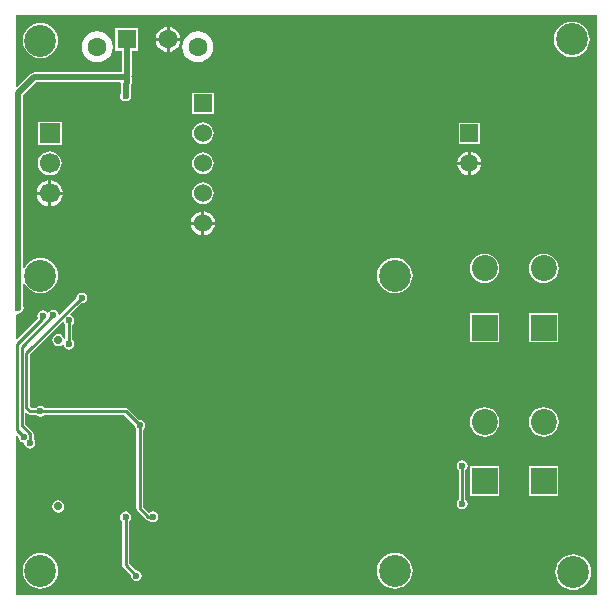
<source format=gbl>
G04*
G04 #@! TF.GenerationSoftware,Altium Limited,Altium Designer,19.1.7 (138)*
G04*
G04 Layer_Physical_Order=2*
G04 Layer_Color=16711680*
%FSLAX25Y25*%
%MOIN*%
G70*
G01*
G75*
%ADD10C,0.00984*%
%ADD11C,0.01000*%
%ADD57C,0.01968*%
%ADD58R,0.06000X0.06000*%
%ADD59C,0.06000*%
%ADD60C,0.05906*%
%ADD61R,0.05906X0.05906*%
%ADD62R,0.06693X0.06693*%
%ADD63C,0.06693*%
%ADD64R,0.06299X0.06299*%
%ADD65C,0.06299*%
%ADD66C,0.10630*%
%ADD67R,0.08661X0.08661*%
%ADD68C,0.08661*%
%ADD69C,0.02756*%
%ADD70C,0.02362*%
G36*
X195219Y195219D02*
X195219Y1631D01*
X1631Y1631D01*
X1631Y54802D01*
X2093Y54993D01*
X2429Y54658D01*
X2389Y54457D01*
X2527Y53762D01*
X2921Y53173D01*
X3510Y52779D01*
X4036Y52674D01*
X4319Y52477D01*
X4517Y52193D01*
X4622Y51667D01*
X5015Y51078D01*
X5604Y50684D01*
X6299Y50546D01*
X6994Y50684D01*
X7583Y51078D01*
X7977Y51667D01*
X8115Y52362D01*
X7977Y53057D01*
X7591Y53634D01*
Y55398D01*
X7507Y55825D01*
X7265Y56186D01*
X4666Y58785D01*
Y62412D01*
X5128Y62604D01*
X5533Y62199D01*
X5533Y62199D01*
X5897Y61956D01*
X6326Y61870D01*
X6326Y61870D01*
X8450D01*
X8558Y61708D01*
X9148Y61314D01*
X9843Y61176D01*
X10537Y61314D01*
X11127Y61708D01*
X11235Y61870D01*
X37780D01*
X41135Y58515D01*
X41097Y58323D01*
X41236Y57628D01*
X41629Y57039D01*
X41792Y56930D01*
Y30691D01*
X41792Y30691D01*
X41877Y30262D01*
X42120Y29898D01*
X44958Y27060D01*
X44958Y27060D01*
X45322Y26817D01*
X45751Y26732D01*
X45850D01*
X45959Y26569D01*
X46548Y26175D01*
X47243Y26037D01*
X47938Y26175D01*
X48527Y26569D01*
X48921Y27158D01*
X49059Y27853D01*
X48921Y28548D01*
X48527Y29137D01*
X47938Y29531D01*
X47243Y29669D01*
X46548Y29531D01*
X46016Y29175D01*
X44035Y31156D01*
Y56930D01*
X44197Y57039D01*
X44591Y57628D01*
X44729Y58323D01*
X44591Y59018D01*
X44197Y59607D01*
X43608Y60001D01*
X42913Y60139D01*
X42722Y60101D01*
X39037Y63785D01*
X38673Y64028D01*
X38244Y64114D01*
X38244Y64114D01*
X11235D01*
X11127Y64276D01*
X10537Y64670D01*
X9843Y64808D01*
X9148Y64670D01*
X8558Y64276D01*
X8450Y64114D01*
X6791D01*
X6266Y64638D01*
Y81922D01*
X17130Y92785D01*
X17550Y92658D01*
X17634Y92582D01*
X18007Y92023D01*
X18170Y91914D01*
Y87338D01*
X17670Y87288D01*
X17611Y87583D01*
X17174Y88237D01*
X16520Y88674D01*
X15748Y88828D01*
X14976Y88674D01*
X14322Y88237D01*
X13885Y87583D01*
X13731Y86811D01*
X13885Y86039D01*
X14322Y85385D01*
X14976Y84948D01*
X15748Y84794D01*
X16520Y84948D01*
X16998Y85268D01*
X17501Y85115D01*
X17546Y85078D01*
X17614Y84738D01*
X18007Y84149D01*
X18596Y83755D01*
X19291Y83617D01*
X19986Y83755D01*
X20575Y84149D01*
X20969Y84738D01*
X21107Y85433D01*
X20969Y86128D01*
X20575Y86717D01*
X20413Y86826D01*
Y91914D01*
X20575Y92023D01*
X20969Y92612D01*
X21107Y93307D01*
X20969Y94002D01*
X20575Y94591D01*
X20016Y94965D01*
X19941Y95048D01*
X19813Y95469D01*
X23367Y99022D01*
X23622Y98971D01*
X24317Y99110D01*
X24906Y99503D01*
X25300Y100092D01*
X25438Y100787D01*
X25300Y101482D01*
X24906Y102071D01*
X24317Y102465D01*
X23622Y102603D01*
X22927Y102465D01*
X22338Y102071D01*
X21944Y101482D01*
X21806Y100787D01*
X21832Y100659D01*
X16458Y95286D01*
X15915Y95450D01*
X15851Y95774D01*
X15457Y96363D01*
X14868Y96756D01*
X14173Y96895D01*
X13478Y96756D01*
X12889Y96363D01*
X12637Y95985D01*
X12062Y95949D01*
X12058Y95950D01*
X11914Y96166D01*
X11325Y96560D01*
X10630Y96698D01*
X9935Y96560D01*
X9346Y96166D01*
X8952Y95577D01*
X8814Y94882D01*
X8952Y94187D01*
X9031Y94070D01*
X2093Y87133D01*
X1631Y87324D01*
Y95144D01*
X2131Y95554D01*
X2387Y95503D01*
X3082Y95642D01*
X3672Y96035D01*
X4065Y96624D01*
X4203Y97319D01*
X4065Y98014D01*
X4003Y98108D01*
Y105585D01*
X4503Y105710D01*
X4901Y104966D01*
X5640Y104065D01*
X6540Y103326D01*
X7568Y102777D01*
X8683Y102438D01*
X9843Y102324D01*
X11002Y102438D01*
X12117Y102777D01*
X13145Y103326D01*
X14045Y104065D01*
X14784Y104966D01*
X15334Y105993D01*
X15672Y107108D01*
X15786Y108268D01*
X15672Y109427D01*
X15334Y110542D01*
X14784Y111570D01*
X14045Y112470D01*
X13145Y113210D01*
X12117Y113759D01*
X11002Y114097D01*
X9843Y114211D01*
X8683Y114097D01*
X7568Y113759D01*
X6540Y113210D01*
X5640Y112470D01*
X4901Y111570D01*
X4503Y110826D01*
X4003Y110951D01*
Y168301D01*
X8515Y172814D01*
X36273D01*
X36683Y172314D01*
X36649Y172142D01*
Y169011D01*
X36511Y168805D01*
X36373Y168110D01*
X36511Y167415D01*
X36905Y166826D01*
X37494Y166432D01*
X38189Y166294D01*
X38884Y166432D01*
X39473Y166826D01*
X39867Y167415D01*
X40005Y168110D01*
X39880Y168741D01*
Y171550D01*
X40075Y171842D01*
X40198Y172460D01*
Y174429D01*
X40120Y174823D01*
X40198Y175216D01*
Y183238D01*
X42332D01*
Y190737D01*
X34833D01*
Y183238D01*
X36967D01*
Y176044D01*
X7846D01*
X7228Y175921D01*
X6704Y175571D01*
X2093Y170961D01*
X1631Y171152D01*
Y195219D01*
X195219Y195219D01*
D02*
G37*
%LPC*%
G36*
X52862Y191107D02*
Y187487D01*
X56482D01*
X56405Y188070D01*
X55987Y189080D01*
X55322Y189947D01*
X54455Y190612D01*
X53446Y191030D01*
X52862Y191107D01*
D02*
G37*
G36*
X51862D02*
X51279Y191030D01*
X50270Y190612D01*
X49403Y189947D01*
X48737Y189080D01*
X48319Y188070D01*
X48243Y187487D01*
X51862D01*
Y191107D01*
D02*
G37*
G36*
X56482Y186487D02*
X52862D01*
Y182868D01*
X53446Y182944D01*
X54455Y183362D01*
X55322Y184028D01*
X55987Y184894D01*
X56405Y185904D01*
X56482Y186487D01*
D02*
G37*
G36*
X51862D02*
X48243D01*
X48319Y185904D01*
X48737Y184894D01*
X49403Y184028D01*
X50270Y183362D01*
X51279Y182944D01*
X51862Y182868D01*
Y186487D01*
D02*
G37*
G36*
X187008Y192951D02*
X185848Y192837D01*
X184733Y192499D01*
X183706Y191950D01*
X182805Y191211D01*
X182066Y190310D01*
X181517Y189282D01*
X181178Y188167D01*
X181064Y187008D01*
X181178Y185848D01*
X181517Y184733D01*
X182066Y183706D01*
X182805Y182805D01*
X183706Y182066D01*
X184733Y181517D01*
X185848Y181178D01*
X187008Y181064D01*
X188167Y181178D01*
X189282Y181517D01*
X190310Y182066D01*
X191211Y182805D01*
X191950Y183706D01*
X192499Y184733D01*
X192837Y185848D01*
X192951Y187008D01*
X192837Y188167D01*
X192499Y189282D01*
X191950Y190310D01*
X191211Y191211D01*
X190310Y191950D01*
X189282Y192499D01*
X188167Y192837D01*
X187008Y192951D01*
D02*
G37*
G36*
X9843Y192558D02*
X8683Y192444D01*
X7568Y192105D01*
X6540Y191556D01*
X5640Y190817D01*
X4901Y189916D01*
X4351Y188889D01*
X4013Y187774D01*
X3899Y186614D01*
X4013Y185455D01*
X4351Y184340D01*
X4901Y183312D01*
X5640Y182411D01*
X6540Y181672D01*
X7568Y181123D01*
X8683Y180785D01*
X9843Y180671D01*
X11002Y180785D01*
X12117Y181123D01*
X13145Y181672D01*
X14045Y182411D01*
X14784Y183312D01*
X15334Y184340D01*
X15672Y185455D01*
X15786Y186614D01*
X15672Y187774D01*
X15334Y188889D01*
X14784Y189916D01*
X14045Y190817D01*
X13145Y191556D01*
X12117Y192105D01*
X11002Y192444D01*
X9843Y192558D01*
D02*
G37*
G36*
X62205Y189679D02*
X60866Y189502D01*
X59619Y188986D01*
X58548Y188164D01*
X57726Y187093D01*
X57209Y185845D01*
X57033Y184507D01*
X57209Y183168D01*
X57726Y181921D01*
X58548Y180850D01*
X59619Y180028D01*
X60866Y179511D01*
X62205Y179335D01*
X63543Y179511D01*
X64791Y180028D01*
X65862Y180850D01*
X66684Y181921D01*
X67200Y183168D01*
X67377Y184507D01*
X67200Y185845D01*
X66684Y187093D01*
X65862Y188164D01*
X64791Y188986D01*
X63543Y189502D01*
X62205Y189679D01*
D02*
G37*
G36*
X28740D02*
X27402Y189502D01*
X26154Y188986D01*
X25083Y188164D01*
X24261Y187093D01*
X23745Y185845D01*
X23568Y184507D01*
X23745Y183168D01*
X24261Y181921D01*
X25083Y180850D01*
X26154Y180028D01*
X27402Y179511D01*
X28740Y179335D01*
X30079Y179511D01*
X31326Y180028D01*
X32397Y180850D01*
X33219Y181921D01*
X33736Y183168D01*
X33912Y184507D01*
X33736Y185845D01*
X33219Y187093D01*
X32397Y188164D01*
X31326Y188986D01*
X30079Y189502D01*
X28740Y189679D01*
D02*
G37*
G36*
X67608Y169269D02*
X60408D01*
Y162069D01*
X67608D01*
Y169269D01*
D02*
G37*
G36*
X156309Y159222D02*
X149203D01*
Y152117D01*
X156309D01*
Y159222D01*
D02*
G37*
G36*
X64008Y159300D02*
X63068Y159177D01*
X62192Y158814D01*
X61440Y158237D01*
X60863Y157485D01*
X60501Y156609D01*
X60377Y155669D01*
X60501Y154729D01*
X60863Y153854D01*
X61440Y153102D01*
X62192Y152525D01*
X63068Y152162D01*
X64008Y152038D01*
X64948Y152162D01*
X65823Y152525D01*
X66575Y153102D01*
X67153Y153854D01*
X67515Y154729D01*
X67639Y155669D01*
X67515Y156609D01*
X67153Y157485D01*
X66575Y158237D01*
X65823Y158814D01*
X64948Y159177D01*
X64008Y159300D01*
D02*
G37*
G36*
X16883Y159616D02*
X8991D01*
Y151723D01*
X16883D01*
Y159616D01*
D02*
G37*
G36*
X153256Y149590D02*
Y146169D01*
X156677D01*
X156607Y146701D01*
X156209Y147663D01*
X155575Y148488D01*
X154749Y149122D01*
X153788Y149520D01*
X153256Y149590D01*
D02*
G37*
G36*
X152256Y149590D02*
X151724Y149520D01*
X150762Y149122D01*
X149937Y148488D01*
X149303Y147663D01*
X148905Y146701D01*
X148835Y146169D01*
X152256D01*
Y149590D01*
D02*
G37*
G36*
X64008Y149300D02*
X63068Y149177D01*
X62192Y148814D01*
X61440Y148237D01*
X60863Y147485D01*
X60501Y146609D01*
X60377Y145669D01*
X60501Y144729D01*
X60863Y143854D01*
X61440Y143102D01*
X62192Y142525D01*
X63068Y142162D01*
X64008Y142038D01*
X64948Y142162D01*
X65823Y142525D01*
X66575Y143102D01*
X67153Y143854D01*
X67515Y144729D01*
X67639Y145669D01*
X67515Y146609D01*
X67153Y147485D01*
X66575Y148237D01*
X65823Y148814D01*
X64948Y149177D01*
X64008Y149300D01*
D02*
G37*
G36*
X156677Y145169D02*
X153256D01*
Y141748D01*
X153788Y141818D01*
X154749Y142217D01*
X155575Y142850D01*
X156209Y143676D01*
X156607Y144637D01*
X156677Y145169D01*
D02*
G37*
G36*
X152256D02*
X148835D01*
X148905Y144637D01*
X149303Y143676D01*
X149937Y142850D01*
X150762Y142217D01*
X151724Y141818D01*
X152256Y141748D01*
Y145169D01*
D02*
G37*
G36*
X12937Y149650D02*
X11907Y149514D01*
X10947Y149117D01*
X10122Y148484D01*
X9490Y147660D01*
X9092Y146700D01*
X8956Y145669D01*
X9092Y144639D01*
X9490Y143679D01*
X10122Y142855D01*
X10947Y142222D01*
X11907Y141824D01*
X12937Y141689D01*
X13967Y141824D01*
X14927Y142222D01*
X15752Y142855D01*
X16384Y143679D01*
X16782Y144639D01*
X16917Y145669D01*
X16782Y146700D01*
X16384Y147660D01*
X15752Y148484D01*
X14927Y149117D01*
X13967Y149514D01*
X12937Y149650D01*
D02*
G37*
G36*
X13437Y139987D02*
Y136169D01*
X17255D01*
X17172Y136804D01*
X16734Y137861D01*
X16037Y138769D01*
X15129Y139466D01*
X14072Y139904D01*
X13437Y139987D01*
D02*
G37*
G36*
X12437D02*
X11802Y139904D01*
X10745Y139466D01*
X9837Y138769D01*
X9140Y137861D01*
X8702Y136804D01*
X8619Y136169D01*
X12437D01*
Y139987D01*
D02*
G37*
G36*
X64008Y139300D02*
X63068Y139177D01*
X62192Y138814D01*
X61440Y138237D01*
X60863Y137485D01*
X60501Y136609D01*
X60377Y135669D01*
X60501Y134730D01*
X60863Y133854D01*
X61440Y133102D01*
X62192Y132525D01*
X63068Y132162D01*
X64008Y132038D01*
X64948Y132162D01*
X65823Y132525D01*
X66575Y133102D01*
X67153Y133854D01*
X67515Y134730D01*
X67639Y135669D01*
X67515Y136609D01*
X67153Y137485D01*
X66575Y138237D01*
X65823Y138814D01*
X64948Y139177D01*
X64008Y139300D01*
D02*
G37*
G36*
X17255Y135169D02*
X13437D01*
Y131351D01*
X14072Y131435D01*
X15129Y131873D01*
X16037Y132569D01*
X16734Y133477D01*
X17172Y134535D01*
X17255Y135169D01*
D02*
G37*
G36*
X12437D02*
X8619D01*
X8702Y134535D01*
X9140Y133477D01*
X9837Y132569D01*
X10745Y131873D01*
X11802Y131435D01*
X12437Y131351D01*
Y135169D01*
D02*
G37*
G36*
X64508Y129638D02*
Y126169D01*
X67977D01*
X67905Y126714D01*
X67502Y127687D01*
X66861Y128522D01*
X66025Y129163D01*
X65052Y129566D01*
X64508Y129638D01*
D02*
G37*
G36*
X63508Y129638D02*
X62964Y129566D01*
X61991Y129163D01*
X61155Y128522D01*
X60514Y127687D01*
X60111Y126714D01*
X60039Y126169D01*
X63508D01*
Y129638D01*
D02*
G37*
G36*
X67977Y125169D02*
X64508D01*
Y121701D01*
X65052Y121772D01*
X66025Y122175D01*
X66861Y122817D01*
X67502Y123652D01*
X67905Y124625D01*
X67977Y125169D01*
D02*
G37*
G36*
X63508D02*
X60039D01*
X60111Y124625D01*
X60514Y123652D01*
X61155Y122817D01*
X61991Y122175D01*
X62964Y121772D01*
X63508Y121701D01*
Y125169D01*
D02*
G37*
G36*
X177559Y115603D02*
X176272Y115434D01*
X175072Y114937D01*
X174042Y114146D01*
X173252Y113117D01*
X172755Y111917D01*
X172586Y110630D01*
X172755Y109343D01*
X173252Y108143D01*
X174042Y107113D01*
X175072Y106323D01*
X176272Y105826D01*
X177559Y105657D01*
X178846Y105826D01*
X180046Y106323D01*
X181076Y107113D01*
X181866Y108143D01*
X182363Y109343D01*
X182532Y110630D01*
X182363Y111917D01*
X181866Y113117D01*
X181076Y114146D01*
X180046Y114937D01*
X178846Y115434D01*
X177559Y115603D01*
D02*
G37*
G36*
X157874D02*
X156587Y115434D01*
X155387Y114937D01*
X154357Y114146D01*
X153567Y113117D01*
X153070Y111917D01*
X152901Y110630D01*
X153070Y109343D01*
X153567Y108143D01*
X154357Y107113D01*
X155387Y106323D01*
X156587Y105826D01*
X157874Y105657D01*
X159161Y105826D01*
X160361Y106323D01*
X161391Y107113D01*
X162181Y108143D01*
X162678Y109343D01*
X162847Y110630D01*
X162678Y111917D01*
X162181Y113117D01*
X161391Y114146D01*
X160361Y114937D01*
X159161Y115434D01*
X157874Y115603D01*
D02*
G37*
G36*
X127953Y114211D02*
X126793Y114097D01*
X125678Y113759D01*
X124651Y113210D01*
X123750Y112470D01*
X123011Y111570D01*
X122462Y110542D01*
X122123Y109427D01*
X122009Y108268D01*
X122123Y107108D01*
X122462Y105993D01*
X123011Y104966D01*
X123750Y104065D01*
X124651Y103326D01*
X125678Y102777D01*
X126793Y102438D01*
X127953Y102324D01*
X129112Y102438D01*
X130227Y102777D01*
X131255Y103326D01*
X132156Y104065D01*
X132895Y104966D01*
X133444Y105993D01*
X133782Y107108D01*
X133896Y108268D01*
X133782Y109427D01*
X133444Y110542D01*
X132895Y111570D01*
X132156Y112470D01*
X131255Y113210D01*
X130227Y113759D01*
X129112Y114097D01*
X127953Y114211D01*
D02*
G37*
G36*
X182490Y95876D02*
X172628D01*
Y86014D01*
X182490D01*
Y95876D01*
D02*
G37*
G36*
X162805D02*
X152943D01*
Y86014D01*
X162805D01*
Y95876D01*
D02*
G37*
G36*
X177559Y64422D02*
X176272Y64253D01*
X175072Y63756D01*
X174042Y62965D01*
X173252Y61935D01*
X172755Y60736D01*
X172586Y59449D01*
X172755Y58162D01*
X173252Y56962D01*
X174042Y55932D01*
X175072Y55142D01*
X176272Y54645D01*
X177559Y54475D01*
X178846Y54645D01*
X180046Y55142D01*
X181076Y55932D01*
X181866Y56962D01*
X182363Y58162D01*
X182532Y59449D01*
X182363Y60736D01*
X181866Y61935D01*
X181076Y62965D01*
X180046Y63756D01*
X178846Y64253D01*
X177559Y64422D01*
D02*
G37*
G36*
X157874D02*
X156587Y64253D01*
X155387Y63756D01*
X154357Y62965D01*
X153567Y61935D01*
X153070Y60736D01*
X152901Y59449D01*
X153070Y58162D01*
X153567Y56962D01*
X154357Y55932D01*
X155387Y55142D01*
X156587Y54645D01*
X157874Y54475D01*
X159161Y54645D01*
X160361Y55142D01*
X161391Y55932D01*
X162181Y56962D01*
X162678Y58162D01*
X162847Y59449D01*
X162678Y60736D01*
X162181Y61935D01*
X161391Y62965D01*
X160361Y63756D01*
X159161Y64253D01*
X157874Y64422D01*
D02*
G37*
G36*
X182490Y44694D02*
X172628D01*
Y34833D01*
X182490D01*
Y44694D01*
D02*
G37*
G36*
X162805D02*
X152943D01*
Y34833D01*
X162805D01*
Y44694D01*
D02*
G37*
G36*
X150394Y46698D02*
X149699Y46560D01*
X149110Y46166D01*
X148716Y45577D01*
X148578Y44882D01*
X148716Y44187D01*
X149110Y43598D01*
X149272Y43489D01*
Y33676D01*
X149110Y33568D01*
X148716Y32978D01*
X148578Y32283D01*
X148716Y31589D01*
X149110Y30999D01*
X149699Y30606D01*
X150394Y30468D01*
X151089Y30606D01*
X151678Y30999D01*
X152071Y31589D01*
X152210Y32283D01*
X152071Y32978D01*
X151678Y33568D01*
X151515Y33676D01*
Y43489D01*
X151678Y43598D01*
X152071Y44187D01*
X152210Y44882D01*
X152071Y45577D01*
X151678Y46166D01*
X151089Y46560D01*
X150394Y46698D01*
D02*
G37*
G36*
X15748Y33316D02*
X14976Y33162D01*
X14322Y32725D01*
X13885Y32071D01*
X13731Y31299D01*
X13885Y30527D01*
X14322Y29873D01*
X14976Y29436D01*
X15748Y29283D01*
X16520Y29436D01*
X17174Y29873D01*
X17611Y30527D01*
X17765Y31299D01*
X17611Y32071D01*
X17174Y32725D01*
X16520Y33162D01*
X15748Y33316D01*
D02*
G37*
G36*
X38189Y29669D02*
X37494Y29531D01*
X36905Y29137D01*
X36511Y28548D01*
X36373Y27853D01*
X36511Y27158D01*
X36905Y26569D01*
X37067Y26460D01*
Y11892D01*
X37067Y11892D01*
X37153Y11463D01*
X37396Y11099D01*
X40035Y8460D01*
X39997Y8268D01*
X40135Y7573D01*
X40529Y6984D01*
X41118Y6590D01*
X41813Y6452D01*
X42508Y6590D01*
X43097Y6984D01*
X43491Y7573D01*
X43629Y8268D01*
X43491Y8963D01*
X43097Y9552D01*
X42508Y9945D01*
X41813Y10084D01*
X41622Y10046D01*
X39311Y12357D01*
Y26460D01*
X39473Y26569D01*
X39867Y27158D01*
X40005Y27853D01*
X39867Y28548D01*
X39473Y29137D01*
X38884Y29531D01*
X38189Y29669D01*
D02*
G37*
G36*
X127953Y15786D02*
X126793Y15672D01*
X125678Y15334D01*
X124651Y14784D01*
X123750Y14045D01*
X123011Y13145D01*
X122462Y12117D01*
X122123Y11002D01*
X122009Y9843D01*
X122123Y8683D01*
X122462Y7568D01*
X123011Y6540D01*
X123750Y5640D01*
X124651Y4901D01*
X125678Y4351D01*
X126793Y4013D01*
X127953Y3899D01*
X129112Y4013D01*
X130227Y4351D01*
X131255Y4901D01*
X132156Y5640D01*
X132895Y6540D01*
X133444Y7568D01*
X133782Y8683D01*
X133896Y9843D01*
X133782Y11002D01*
X133444Y12117D01*
X132895Y13145D01*
X132156Y14045D01*
X131255Y14784D01*
X130227Y15334D01*
X129112Y15672D01*
X127953Y15786D01*
D02*
G37*
G36*
X9843D02*
X8683Y15672D01*
X7568Y15334D01*
X6540Y14784D01*
X5640Y14045D01*
X4901Y13145D01*
X4351Y12117D01*
X4013Y11002D01*
X3899Y9843D01*
X4013Y8683D01*
X4351Y7568D01*
X4901Y6540D01*
X5640Y5640D01*
X6540Y4901D01*
X7568Y4351D01*
X8683Y4013D01*
X9843Y3899D01*
X11002Y4013D01*
X12117Y4351D01*
X13145Y4901D01*
X14045Y5640D01*
X14784Y6540D01*
X15334Y7568D01*
X15672Y8683D01*
X15786Y9843D01*
X15672Y11002D01*
X15334Y12117D01*
X14784Y13145D01*
X14045Y14045D01*
X13145Y14784D01*
X12117Y15334D01*
X11002Y15672D01*
X9843Y15786D01*
D02*
G37*
G36*
X187402Y15392D02*
X186242Y15278D01*
X185127Y14940D01*
X184099Y14391D01*
X183199Y13652D01*
X182460Y12751D01*
X181910Y11723D01*
X181572Y10608D01*
X181458Y9449D01*
X181572Y8289D01*
X181910Y7174D01*
X182460Y6147D01*
X183199Y5246D01*
X184099Y4507D01*
X185127Y3958D01*
X186242Y3619D01*
X187402Y3505D01*
X188561Y3619D01*
X189676Y3958D01*
X190704Y4507D01*
X191604Y5246D01*
X192343Y6147D01*
X192893Y7174D01*
X193231Y8289D01*
X193345Y9449D01*
X193231Y10608D01*
X192893Y11723D01*
X192343Y12751D01*
X191604Y13652D01*
X190704Y14391D01*
X189676Y14940D01*
X188561Y15278D01*
X187402Y15392D01*
D02*
G37*
%LPD*%
D10*
X5812Y52849D02*
X6478Y53515D01*
X3553Y84458D02*
X14173Y95079D01*
X3553Y58324D02*
Y84458D01*
X1969Y85433D02*
X10366Y93831D01*
Y94618D01*
X10630Y94882D01*
X3553Y58324D02*
X6478Y55398D01*
X1969Y56693D02*
Y85433D01*
Y56693D02*
X4205Y54457D01*
X6478Y53515D02*
Y55398D01*
X5812Y52849D02*
X5812D01*
X6299Y52362D01*
D11*
X5145Y82387D02*
X23546Y100787D01*
X5145Y64173D02*
Y82387D01*
Y64173D02*
X6326Y62992D01*
X9843D01*
X38244D02*
X42913Y58323D01*
X9843Y62992D02*
X38244D01*
X38189Y11892D02*
Y27853D01*
Y11892D02*
X41813Y8268D01*
X45751Y27853D02*
X47243D01*
X42913Y30691D02*
X45751Y27853D01*
X42913Y30691D02*
Y58323D01*
X23546Y100787D02*
X23622D01*
X150394Y32283D02*
Y44882D01*
X19291Y85433D02*
Y93307D01*
D57*
X38583Y172460D02*
Y174429D01*
X38264Y172142D02*
X38583Y172460D01*
X38264Y168186D02*
Y172142D01*
X38189Y168110D02*
X38264Y168186D01*
X2387Y168971D02*
X7846Y174429D01*
X2387Y97319D02*
Y168971D01*
X37795Y174429D02*
X38583Y175216D01*
X7846Y174429D02*
X37795D01*
X38583Y175216D02*
Y186987D01*
D58*
X64008Y165669D02*
D03*
D59*
Y155669D02*
D03*
Y145669D02*
D03*
Y135669D02*
D03*
Y125669D02*
D03*
D60*
X152756Y145669D02*
D03*
D61*
Y155669D02*
D03*
D62*
X12937D02*
D03*
D63*
Y145669D02*
D03*
Y135669D02*
D03*
D64*
X38583Y186987D02*
D03*
D65*
X52362D02*
D03*
X28740Y184507D02*
D03*
X62205D02*
D03*
D66*
X187402Y9449D02*
D03*
X187008Y187008D02*
D03*
X9843Y186614D02*
D03*
Y108268D02*
D03*
X127953D02*
D03*
Y9843D02*
D03*
X9843D02*
D03*
D67*
X177559Y90945D02*
D03*
X157874D02*
D03*
X177559Y39764D02*
D03*
X157874D02*
D03*
D68*
X177559Y110630D02*
D03*
X157874D02*
D03*
X177559Y59449D02*
D03*
X157874D02*
D03*
D69*
X15748Y31299D02*
D03*
Y86811D02*
D03*
D70*
X38189Y27853D02*
D03*
X41813Y8268D02*
D03*
X29528Y12697D02*
D03*
X47243Y27853D02*
D03*
X58760Y54151D02*
D03*
X42913Y58323D02*
D03*
X38189Y168110D02*
D03*
X23622Y100787D02*
D03*
X14173Y95079D02*
D03*
X10630Y94882D02*
D03*
X2387Y97319D02*
D03*
X8273Y35039D02*
D03*
X150394Y44882D02*
D03*
X8268Y70866D02*
D03*
X69685Y64173D02*
D03*
X19291Y93307D02*
D03*
Y85433D02*
D03*
X9843Y62992D02*
D03*
X4205Y54457D02*
D03*
X6299Y52362D02*
D03*
X182087Y167323D02*
D03*
X167323Y137795D02*
D03*
Y78740D02*
D03*
X182087Y49213D02*
D03*
X137795Y137795D02*
D03*
Y78740D02*
D03*
X108268D02*
D03*
X123031Y49213D02*
D03*
X93504Y167323D02*
D03*
Y49213D02*
D03*
X49213Y137795D02*
D03*
X63976Y49213D02*
D03*
X49213Y19685D02*
D03*
X19685D02*
D03*
X52362Y181496D02*
D03*
X48819Y101102D02*
D03*
X79264Y75197D02*
D03*
X70866Y82825D02*
D03*
X34252Y82677D02*
D03*
X54331Y11713D02*
D03*
X72866Y40551D02*
D03*
X130315Y173276D02*
D03*
X140581Y184261D02*
D03*
X130315Y184133D02*
D03*
X92913Y187795D02*
D03*
X59842Y24016D02*
D03*
X88583Y98032D02*
D03*
X72835Y76575D02*
D03*
X150394Y32283D02*
D03*
M02*

</source>
